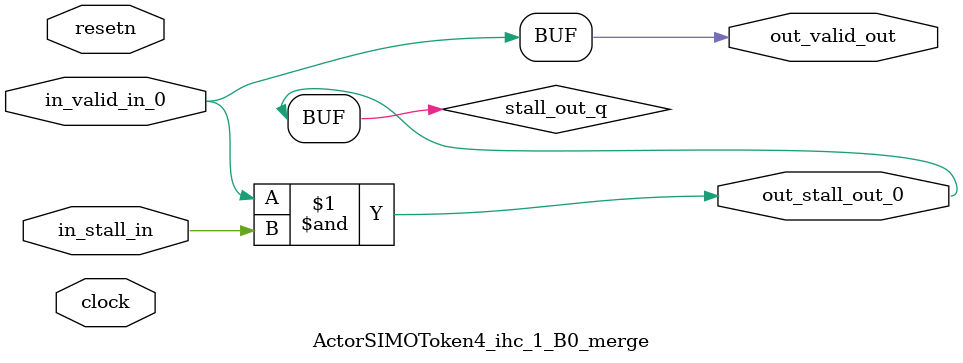
<source format=sv>



(* altera_attribute = "-name AUTO_SHIFT_REGISTER_RECOGNITION OFF; -name MESSAGE_DISABLE 10036; -name MESSAGE_DISABLE 10037; -name MESSAGE_DISABLE 14130; -name MESSAGE_DISABLE 14320; -name MESSAGE_DISABLE 15400; -name MESSAGE_DISABLE 14130; -name MESSAGE_DISABLE 10036; -name MESSAGE_DISABLE 12020; -name MESSAGE_DISABLE 12030; -name MESSAGE_DISABLE 12010; -name MESSAGE_DISABLE 12110; -name MESSAGE_DISABLE 14320; -name MESSAGE_DISABLE 13410; -name MESSAGE_DISABLE 113007; -name MESSAGE_DISABLE 10958" *)
module ActorSIMOToken4_ihc_1_B0_merge (
    input wire [0:0] in_stall_in,
    input wire [0:0] in_valid_in_0,
    output wire [0:0] out_stall_out_0,
    output wire [0:0] out_valid_out,
    input wire clock,
    input wire resetn
    );

    wire [0:0] stall_out_q;


    // stall_out(LOGICAL,6)
    assign stall_out_q = in_valid_in_0 & in_stall_in;

    // out_stall_out_0(GPOUT,4)
    assign out_stall_out_0 = stall_out_q;

    // out_valid_out(GPOUT,5)
    assign out_valid_out = in_valid_in_0;

endmodule

</source>
